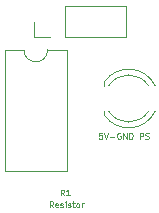
<source format=gbr>
%TF.GenerationSoftware,KiCad,Pcbnew,7.0.6-0*%
%TF.CreationDate,2023-08-01T18:43:18-04:00*%
%TF.ProjectId,PIR_Sensor,5049525f-5365-46e7-936f-722e6b696361,rev?*%
%TF.SameCoordinates,Original*%
%TF.FileFunction,Legend,Top*%
%TF.FilePolarity,Positive*%
%FSLAX46Y46*%
G04 Gerber Fmt 4.6, Leading zero omitted, Abs format (unit mm)*
G04 Created by KiCad (PCBNEW 7.0.6-0) date 2023-08-01 18:43:18*
%MOMM*%
%LPD*%
G01*
G04 APERTURE LIST*
%ADD10C,0.100000*%
%ADD11C,0.120000*%
G04 APERTURE END LIST*
D10*
X148206666Y-104726109D02*
X148040000Y-104488014D01*
X147920952Y-104726109D02*
X147920952Y-104226109D01*
X147920952Y-104226109D02*
X148111428Y-104226109D01*
X148111428Y-104226109D02*
X148159047Y-104249919D01*
X148159047Y-104249919D02*
X148182857Y-104273728D01*
X148182857Y-104273728D02*
X148206666Y-104321347D01*
X148206666Y-104321347D02*
X148206666Y-104392776D01*
X148206666Y-104392776D02*
X148182857Y-104440395D01*
X148182857Y-104440395D02*
X148159047Y-104464204D01*
X148159047Y-104464204D02*
X148111428Y-104488014D01*
X148111428Y-104488014D02*
X147920952Y-104488014D01*
X148682857Y-104726109D02*
X148397143Y-104726109D01*
X148540000Y-104726109D02*
X148540000Y-104226109D01*
X148540000Y-104226109D02*
X148492381Y-104297538D01*
X148492381Y-104297538D02*
X148444762Y-104345157D01*
X148444762Y-104345157D02*
X148397143Y-104368966D01*
X147280550Y-105733609D02*
X147113884Y-105495514D01*
X146994836Y-105733609D02*
X146994836Y-105233609D01*
X146994836Y-105233609D02*
X147185312Y-105233609D01*
X147185312Y-105233609D02*
X147232931Y-105257419D01*
X147232931Y-105257419D02*
X147256741Y-105281228D01*
X147256741Y-105281228D02*
X147280550Y-105328847D01*
X147280550Y-105328847D02*
X147280550Y-105400276D01*
X147280550Y-105400276D02*
X147256741Y-105447895D01*
X147256741Y-105447895D02*
X147232931Y-105471704D01*
X147232931Y-105471704D02*
X147185312Y-105495514D01*
X147185312Y-105495514D02*
X146994836Y-105495514D01*
X147685312Y-105709800D02*
X147637693Y-105733609D01*
X147637693Y-105733609D02*
X147542455Y-105733609D01*
X147542455Y-105733609D02*
X147494836Y-105709800D01*
X147494836Y-105709800D02*
X147471027Y-105662180D01*
X147471027Y-105662180D02*
X147471027Y-105471704D01*
X147471027Y-105471704D02*
X147494836Y-105424085D01*
X147494836Y-105424085D02*
X147542455Y-105400276D01*
X147542455Y-105400276D02*
X147637693Y-105400276D01*
X147637693Y-105400276D02*
X147685312Y-105424085D01*
X147685312Y-105424085D02*
X147709122Y-105471704D01*
X147709122Y-105471704D02*
X147709122Y-105519323D01*
X147709122Y-105519323D02*
X147471027Y-105566942D01*
X147899598Y-105709800D02*
X147947217Y-105733609D01*
X147947217Y-105733609D02*
X148042455Y-105733609D01*
X148042455Y-105733609D02*
X148090074Y-105709800D01*
X148090074Y-105709800D02*
X148113883Y-105662180D01*
X148113883Y-105662180D02*
X148113883Y-105638371D01*
X148113883Y-105638371D02*
X148090074Y-105590752D01*
X148090074Y-105590752D02*
X148042455Y-105566942D01*
X148042455Y-105566942D02*
X147971026Y-105566942D01*
X147971026Y-105566942D02*
X147923407Y-105543133D01*
X147923407Y-105543133D02*
X147899598Y-105495514D01*
X147899598Y-105495514D02*
X147899598Y-105471704D01*
X147899598Y-105471704D02*
X147923407Y-105424085D01*
X147923407Y-105424085D02*
X147971026Y-105400276D01*
X147971026Y-105400276D02*
X148042455Y-105400276D01*
X148042455Y-105400276D02*
X148090074Y-105424085D01*
X148328169Y-105733609D02*
X148328169Y-105400276D01*
X148328169Y-105233609D02*
X148304360Y-105257419D01*
X148304360Y-105257419D02*
X148328169Y-105281228D01*
X148328169Y-105281228D02*
X148351979Y-105257419D01*
X148351979Y-105257419D02*
X148328169Y-105233609D01*
X148328169Y-105233609D02*
X148328169Y-105281228D01*
X148542455Y-105709800D02*
X148590074Y-105733609D01*
X148590074Y-105733609D02*
X148685312Y-105733609D01*
X148685312Y-105733609D02*
X148732931Y-105709800D01*
X148732931Y-105709800D02*
X148756740Y-105662180D01*
X148756740Y-105662180D02*
X148756740Y-105638371D01*
X148756740Y-105638371D02*
X148732931Y-105590752D01*
X148732931Y-105590752D02*
X148685312Y-105566942D01*
X148685312Y-105566942D02*
X148613883Y-105566942D01*
X148613883Y-105566942D02*
X148566264Y-105543133D01*
X148566264Y-105543133D02*
X148542455Y-105495514D01*
X148542455Y-105495514D02*
X148542455Y-105471704D01*
X148542455Y-105471704D02*
X148566264Y-105424085D01*
X148566264Y-105424085D02*
X148613883Y-105400276D01*
X148613883Y-105400276D02*
X148685312Y-105400276D01*
X148685312Y-105400276D02*
X148732931Y-105424085D01*
X148899598Y-105400276D02*
X149090074Y-105400276D01*
X148971026Y-105233609D02*
X148971026Y-105662180D01*
X148971026Y-105662180D02*
X148994836Y-105709800D01*
X148994836Y-105709800D02*
X149042455Y-105733609D01*
X149042455Y-105733609D02*
X149090074Y-105733609D01*
X149328169Y-105733609D02*
X149280550Y-105709800D01*
X149280550Y-105709800D02*
X149256740Y-105685990D01*
X149256740Y-105685990D02*
X149232931Y-105638371D01*
X149232931Y-105638371D02*
X149232931Y-105495514D01*
X149232931Y-105495514D02*
X149256740Y-105447895D01*
X149256740Y-105447895D02*
X149280550Y-105424085D01*
X149280550Y-105424085D02*
X149328169Y-105400276D01*
X149328169Y-105400276D02*
X149399597Y-105400276D01*
X149399597Y-105400276D02*
X149447216Y-105424085D01*
X149447216Y-105424085D02*
X149471026Y-105447895D01*
X149471026Y-105447895D02*
X149494835Y-105495514D01*
X149494835Y-105495514D02*
X149494835Y-105638371D01*
X149494835Y-105638371D02*
X149471026Y-105685990D01*
X149471026Y-105685990D02*
X149447216Y-105709800D01*
X149447216Y-105709800D02*
X149399597Y-105733609D01*
X149399597Y-105733609D02*
X149328169Y-105733609D01*
X149709121Y-105733609D02*
X149709121Y-105400276D01*
X149709121Y-105495514D02*
X149732931Y-105447895D01*
X149732931Y-105447895D02*
X149756740Y-105424085D01*
X149756740Y-105424085D02*
X149804359Y-105400276D01*
X149804359Y-105400276D02*
X149851978Y-105400276D01*
X151422931Y-99433609D02*
X151184836Y-99433609D01*
X151184836Y-99433609D02*
X151161027Y-99671704D01*
X151161027Y-99671704D02*
X151184836Y-99647895D01*
X151184836Y-99647895D02*
X151232455Y-99624085D01*
X151232455Y-99624085D02*
X151351503Y-99624085D01*
X151351503Y-99624085D02*
X151399122Y-99647895D01*
X151399122Y-99647895D02*
X151422931Y-99671704D01*
X151422931Y-99671704D02*
X151446741Y-99719323D01*
X151446741Y-99719323D02*
X151446741Y-99838371D01*
X151446741Y-99838371D02*
X151422931Y-99885990D01*
X151422931Y-99885990D02*
X151399122Y-99909800D01*
X151399122Y-99909800D02*
X151351503Y-99933609D01*
X151351503Y-99933609D02*
X151232455Y-99933609D01*
X151232455Y-99933609D02*
X151184836Y-99909800D01*
X151184836Y-99909800D02*
X151161027Y-99885990D01*
X151589598Y-99433609D02*
X151756264Y-99933609D01*
X151756264Y-99933609D02*
X151922931Y-99433609D01*
X152089597Y-99743133D02*
X152470550Y-99743133D01*
X152970550Y-99457419D02*
X152922931Y-99433609D01*
X152922931Y-99433609D02*
X152851502Y-99433609D01*
X152851502Y-99433609D02*
X152780074Y-99457419D01*
X152780074Y-99457419D02*
X152732455Y-99505038D01*
X152732455Y-99505038D02*
X152708645Y-99552657D01*
X152708645Y-99552657D02*
X152684836Y-99647895D01*
X152684836Y-99647895D02*
X152684836Y-99719323D01*
X152684836Y-99719323D02*
X152708645Y-99814561D01*
X152708645Y-99814561D02*
X152732455Y-99862180D01*
X152732455Y-99862180D02*
X152780074Y-99909800D01*
X152780074Y-99909800D02*
X152851502Y-99933609D01*
X152851502Y-99933609D02*
X152899121Y-99933609D01*
X152899121Y-99933609D02*
X152970550Y-99909800D01*
X152970550Y-99909800D02*
X152994359Y-99885990D01*
X152994359Y-99885990D02*
X152994359Y-99719323D01*
X152994359Y-99719323D02*
X152899121Y-99719323D01*
X153208645Y-99933609D02*
X153208645Y-99433609D01*
X153208645Y-99433609D02*
X153494359Y-99933609D01*
X153494359Y-99933609D02*
X153494359Y-99433609D01*
X153732455Y-99933609D02*
X153732455Y-99433609D01*
X153732455Y-99433609D02*
X153851503Y-99433609D01*
X153851503Y-99433609D02*
X153922931Y-99457419D01*
X153922931Y-99457419D02*
X153970550Y-99505038D01*
X153970550Y-99505038D02*
X153994360Y-99552657D01*
X153994360Y-99552657D02*
X154018169Y-99647895D01*
X154018169Y-99647895D02*
X154018169Y-99719323D01*
X154018169Y-99719323D02*
X153994360Y-99814561D01*
X153994360Y-99814561D02*
X153970550Y-99862180D01*
X153970550Y-99862180D02*
X153922931Y-99909800D01*
X153922931Y-99909800D02*
X153851503Y-99933609D01*
X153851503Y-99933609D02*
X153732455Y-99933609D01*
X154613407Y-99933609D02*
X154613407Y-99433609D01*
X154613407Y-99433609D02*
X154803883Y-99433609D01*
X154803883Y-99433609D02*
X154851502Y-99457419D01*
X154851502Y-99457419D02*
X154875312Y-99481228D01*
X154875312Y-99481228D02*
X154899121Y-99528847D01*
X154899121Y-99528847D02*
X154899121Y-99600276D01*
X154899121Y-99600276D02*
X154875312Y-99647895D01*
X154875312Y-99647895D02*
X154851502Y-99671704D01*
X154851502Y-99671704D02*
X154803883Y-99695514D01*
X154803883Y-99695514D02*
X154613407Y-99695514D01*
X155089598Y-99909800D02*
X155161026Y-99933609D01*
X155161026Y-99933609D02*
X155280074Y-99933609D01*
X155280074Y-99933609D02*
X155327693Y-99909800D01*
X155327693Y-99909800D02*
X155351502Y-99885990D01*
X155351502Y-99885990D02*
X155375312Y-99838371D01*
X155375312Y-99838371D02*
X155375312Y-99790752D01*
X155375312Y-99790752D02*
X155351502Y-99743133D01*
X155351502Y-99743133D02*
X155327693Y-99719323D01*
X155327693Y-99719323D02*
X155280074Y-99695514D01*
X155280074Y-99695514D02*
X155184836Y-99671704D01*
X155184836Y-99671704D02*
X155137217Y-99647895D01*
X155137217Y-99647895D02*
X155113407Y-99624085D01*
X155113407Y-99624085D02*
X155089598Y-99576466D01*
X155089598Y-99576466D02*
X155089598Y-99528847D01*
X155089598Y-99528847D02*
X155113407Y-99481228D01*
X155113407Y-99481228D02*
X155137217Y-99457419D01*
X155137217Y-99457419D02*
X155184836Y-99433609D01*
X155184836Y-99433609D02*
X155303883Y-99433609D01*
X155303883Y-99433609D02*
X155375312Y-99457419D01*
D11*
%TO.C,D1*%
X151610000Y-95121000D02*
X151610000Y-95440000D01*
X151610000Y-97600000D02*
X151610000Y-97919000D01*
X155913241Y-95439276D02*
G75*
G03*
X151610001Y-95121251I-2243241J-1080724D01*
G01*
X155352712Y-95439040D02*
G75*
G03*
X151986671Y-95440001I-1682712J-1080960D01*
G01*
X151986671Y-97599999D02*
G75*
G03*
X155352712Y-97600960I1683329J1079999D01*
G01*
X151610001Y-97918749D02*
G75*
G03*
X155913241Y-97600724I2059999J1398749D01*
G01*
%TO.C,U3*%
X145670000Y-91330000D02*
X145670000Y-90000000D01*
X147000000Y-91330000D02*
X145670000Y-91330000D01*
X148270000Y-91330000D02*
X153410000Y-91330000D01*
X148270000Y-91330000D02*
X148270000Y-88670000D01*
X153410000Y-91330000D02*
X153410000Y-88670000D01*
X148270000Y-88670000D02*
X153410000Y-88670000D01*
%TO.C,U1*%
X143160000Y-92400000D02*
X143160000Y-102680000D01*
X143160000Y-102680000D02*
X148460000Y-102680000D01*
X144810000Y-92400000D02*
X143160000Y-92400000D01*
X148460000Y-92400000D02*
X146810000Y-92400000D01*
X148460000Y-102680000D02*
X148460000Y-92400000D01*
X144810000Y-92400000D02*
G75*
G03*
X146810000Y-92400000I1000000J0D01*
G01*
%TD*%
M02*

</source>
